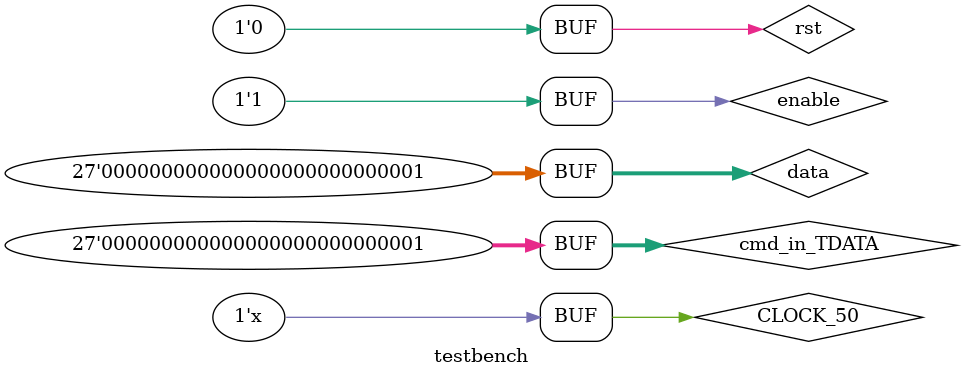
<source format=sv>
`timescale 1ns / 1ps
`define CYCLE @(posedge CLOCK_50)

module testbench();
    parameter DATA_WIDTH = 64;
    parameter DEST_WIDTH = 16; 
    parameter ID_WIDTH = 16;
    parameter CLOCK_PERIOD = 20;

    logic clk;
    logic rst;
    wire [9:0] state_next;
    reg CLOCK_50;

    //Input command stream
    wire logic [26:0] cmd_in_TDATA;


    //Input AXI Stream.
    wire [DATA_WIDTH-1:0] din_TDATA;
    wire din_TLAST;
    wire [DATA_WIDTH/8-1:0] din_TKEEP;
    wire [DEST_WIDTH -1:0] din_TDEST;
    wire [ID_WIDTH -1:0] din_TID;
    wire din_TVALID;
    wire din_TREADY;
    
    //Output AXI Stream.
    wire [DATA_WIDTH-1:0] dout_TDATA;
    wire [DATA_WIDTH/8-1:0]dout_TKEEP;
    wire [DEST_WIDTH -1:0] dout_TDEST;
    wire [ID_WIDTH -1:0] dout_TID;
    wire dout_TVALID;
    wire dout_TREADY;

    wire w_done_START;
    wire w_done_DROP;
    wire w_done_INJECT;
    wire w_done_WAIT;
    wire w_done_LOG;
    wire w_done_PAUSE;
    wire w_done_DONE_DROP;
    wire w_done_DONE_LOG;
    wire w_done_DONE_INJECT;
    wire w_done_DONE_PAUSE;

    wire w_cont_enable;
    logic [26:0] data = 0;
    logic [9:0] next_state_r = 0;
    wire [5:0] command;
    wire [5:0] current_state;
    wire drop_enable;
    wire inject_enable;
    wire inject_valid;
    wire [15:0] inject_data;

    logic enable = 1;

    assign state_next = next_state_r;

    initial begin
        CLOCK_50 = 1'b0;
    end

    always @ (*) begin: Clock_Generator
        #((CLOCK_PERIOD) / 2) CLOCK_50 <= ~CLOCK_50;

    end

    assign cmd_in_TDATA = data;

    // we should consider the posedge signals bc
    // currently idk if the positive clock edge is 
    // being used.

    // OP code: 16bits for data (#), 10bits for operation (%), 1bit for enable/disable for continuous operation ($)

    ///////////// OP CODE VISUAL ////////////////
    /////////////////////////////////////////////
    //// ################ || %%%%%%%%%% || $ ////
    /////////////////////////////////////////////

    // TODO: see art of writing test benches
    initial begin

        // initial reset
        next_state_r = 0;
        rst = 1;  
        data = -1;
        #100; 
        rst = 0;  

        // START STATE
        next_state_r = 0;
        #100;
        // ...
        
        // DROP STATE (1)
        // (enter drop state on next cycle && check for high drop enable)
     
        data = 26'b000000000000000000000001000;
        #100;

        next_state_r = 0;

        //data = -1;
        #100;
        
        // WAIT STATE(3)
        // (enter wait state, check for one skipped cycle)
        
        next_state_r = 6'd3;
        #100;
        
        data = -1;
        next_state_r = 0;
        #100;
        
        // (send out done signal. Check for low drop enable) (6)
        next_state_r = 6'd6;
        #100;
        
        data = -1;
        next_state_r = 0;

        
        
        // INJECT STATE (2)
        // (enter inject state. Check for high enable, high valid, and check for data)
        data = 26'b010101010101010100000100000;
        #100;
        
        data = -1;
        next_state_r = 0;
        #100;

        // (send out done signal. Check for low inject enable and valid)
        next_state_r = 6'd8;
        #100;
        
        next_state_r = 0;

        // LOG STATE (4)
        data = 26'b000000000000000000010000000;
        #100;

    
        next_state_r = 0;

        // PAUSE STATE (5)
        data = 26'b000000000000000000000000001;
        #10000;

    end
    

    always @ (posedge CLOCK_50) begin
        // Add here a methodology similar to behavior of control FSM
        // the if statements predict the next state based on the command
        // for now we manually enter the START, DONE(s) and WAIT state
        
        if(command == 0) 
            next_state_r = 6'd5;
        
        else if(command == 1) 
            next_state_r = 6'd5;
        
        else if(command == 2) 
            next_state_r = 6'd1;
        
        else if(command == 3) 
            next_state_r = 6'd1;
        
        else if(command == 4) 
            next_state_r = 6'd2;
        
        else if(command == 5) 
            next_state_r = 6'd2;
        
        else if(command == 6) 
            next_state_r = 6'd4;
        
        else if(command == 7) 
            next_state_r = 6'd4;
        
        else if(command == 8) 
            next_state_r = 6'd4;
        
        else if(command == 9) 
            next_state_r = 6'd4;
       
        
    end

    // init module
    datapath U1 (
        CLOCK_50,
        rst,
        state_next,
        cmd_in_TDATA,
        din_TDATA,
        din_TLAST,
        din_TKEEP,
        din_TDEST,
        din_TID,
        din_TVALID,
        din_TREADY,
        dout_TDATA,
        dout_TKEEP,
        dout_TDEST,
        dout_TID,
        dout_TVALID,
        dout_TREADY,
        w_done_START,
        w_done_DROP,
        w_done_INJECT,
        w_done_WAIT,
        w_done_LOG,
        w_done_PAUSE,
        w_done_DONE_DROP,
        w_done_DONE_LOG,
        w_done_DONE_INJECT,
        w_done_DONE_PAUSE,
        w_cont_enable,
        command,
        current_state,
        drop_enable,
        inject_enable,
        inject_valid,
        inject_data
    );
endmodule
</source>
